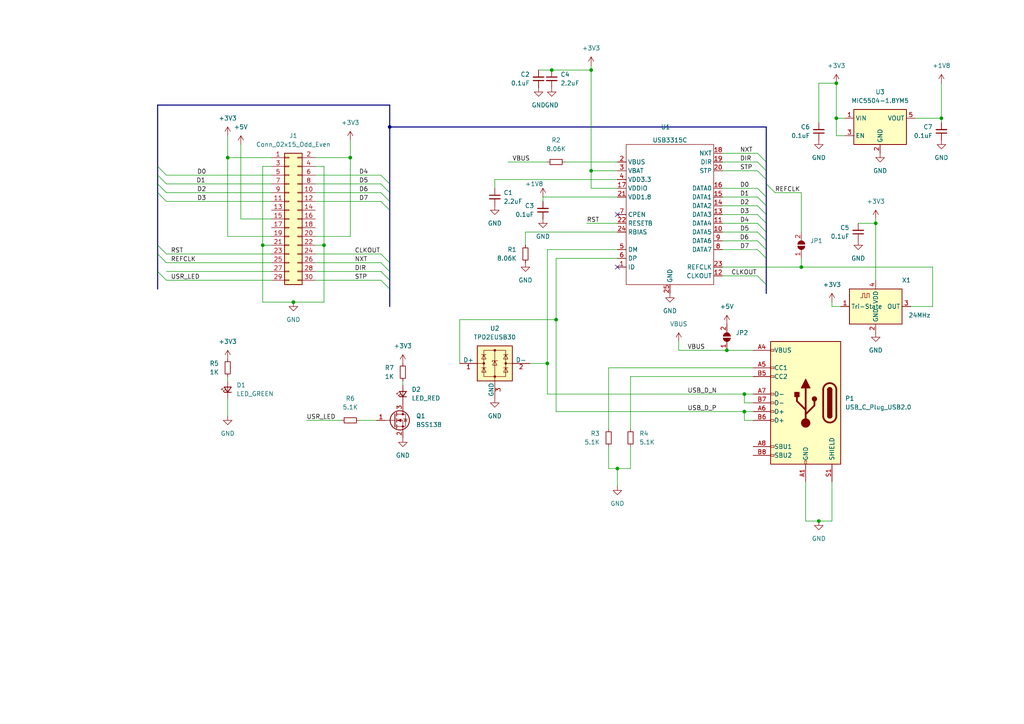
<source format=kicad_sch>
(kicad_sch (version 20211123) (generator eeschema)
  (paper "A4")
  (title_block (title "ULPI USB phy PMOD") (date "2022-02-18") (rev "rev1") (company "RV"))
  (lib_symbols
    (symbol "Connector:USB_C_Receptacle_USB2.0" (pin_names (offset 1.016))
      (property "Reference" "J" (at -10.16 19.05 0))
      (property "Value" "USB_C_Receptacle_USB2.0" (at 19.05 19.05 0))
      (symbol "USB_C_Receptacle_USB2.0_0_0"
        (rectangle (start -0.254 -17.78) (end 0.254 -16.764))
        (rectangle (start 10.16 -14.986) (end 9.144 -15.494))
        (rectangle (start 10.16 -12.446) (end 9.144 -12.954))
        (rectangle (start 10.16 -4.826) (end 9.144 -5.334))
        (rectangle (start 10.16 -2.286) (end 9.144 -2.794))
        (rectangle (start 10.16 0.254) (end 9.144 -0.254))
        (rectangle (start 10.16 2.794) (end 9.144 2.286))
        (rectangle (start 10.16 7.874) (end 9.144 7.366))
        (rectangle (start 10.16 10.414) (end 9.144 9.906))
        (rectangle (start 10.16 15.494) (end 9.144 14.986))
      )
      (symbol "USB_C_Receptacle_USB2.0_0_1"
        (rectangle (start -10.16 17.78) (end 10.16 -17.78) (stroke (width 0.254)) (fill (type background)))
        (arc (start -8.89 -3.81) (mid -6.985 -5.715) (end -5.08 -3.81) (stroke (width 0.508)))
        (arc (start -7.62 -3.81) (mid -6.985 -4.445) (end -6.35 -3.81) (stroke (width 0.254)))
        (arc (start -7.62 -3.81) (mid -6.985 -4.445) (end -6.35 -3.81) (stroke (width 0.254)) (fill (type outline)))
        (rectangle (start -7.62 -3.81) (end -6.35 3.81) (stroke (width 0.254)) (fill (type outline)))
        (arc (start -6.35 3.81) (mid -6.985 4.445) (end -7.62 3.81) (stroke (width 0.254)))
        (arc (start -6.35 3.81) (mid -6.985 4.445) (end -7.62 3.81) (stroke (width 0.254)) (fill (type outline)))
        (arc (start -5.08 3.81) (mid -6.985 5.715) (end -8.89 3.81) (stroke (width 0.508)))
        (circle (center -2.54 1.143) (radius 0.635) (stroke (width 0.254)) (fill (type outline)))
        (circle (center 0 -5.842) (radius 1.27) (fill (type outline)))
        (polyline (pts (xy -8.89 -3.81) (xy -8.89 3.81)) (stroke (width 0.508)))
        (polyline (pts (xy -5.08 3.81) (xy -5.08 -3.81)) (stroke (width 0.508)))
        (polyline (pts (xy 0 -5.842) (xy 0 4.318)) (stroke (width 0.508)))
        (polyline (pts (xy 0 -3.302) (xy -2.54 -0.762) (xy -2.54 0.508)) (stroke (width 0.508)))
        (polyline (pts (xy 0 -2.032) (xy 2.54 0.508) (xy 2.54 1.778)) (stroke (width 0.508)))
        (polyline (pts (xy -1.27 4.318) (xy 0 6.858) (xy 1.27 4.318) (xy -1.27 4.318)) (stroke (width 0.254)) (fill (type outline)))
        (rectangle (start 1.905 1.778) (end 3.175 3.048) (stroke (width 0.254)) (fill (type outline)))
      )
      (symbol "USB_C_Receptacle_USB2.0_1_1"
        (pin passive line (at 0 -22.86 90) (length 5.08) (name "GND") (number "A1"))
        (pin passive line (at 0 -22.86 90) (length 5.08) hide (name "GND") (number "A12"))
        (pin passive line (at 15.24 15.24 180) (length 5.08) (name "VBUS") (number "A4"))
        (pin bidirectional line (at 15.24 10.16 180) (length 5.08) (name "CC1") (number "A5"))
        (pin bidirectional line (at 15.24 -2.54 180) (length 5.08) (name "D+") (number "A6"))
        (pin bidirectional line (at 15.24 2.54 180) (length 5.08) (name "D-") (number "A7"))
        (pin bidirectional line (at 15.24 -12.7 180) (length 5.08) (name "SBU1") (number "A8"))
        (pin passive line (at 15.24 15.24 180) (length 5.08) hide (name "VBUS") (number "A9"))
        (pin passive line (at 0 -22.86 90) (length 5.08) hide (name "GND") (number "B1"))
        (pin passive line (at 0 -22.86 90) (length 5.08) hide (name "GND") (number "B12"))
        (pin passive line (at 15.24 15.24 180) (length 5.08) hide (name "VBUS") (number "B4"))
        (pin bidirectional line (at 15.24 7.62 180) (length 5.08) (name "CC2") (number "B5"))
        (pin bidirectional line (at 15.24 -5.08 180) (length 5.08) (name "D+") (number "B6"))
        (pin bidirectional line (at 15.24 0 180) (length 5.08) (name "D-") (number "B7"))
        (pin bidirectional line (at 15.24 -15.24 180) (length 5.08) (name "SBU2") (number "B8"))
        (pin passive line (at 15.24 15.24 180) (length 5.08) hide (name "VBUS") (number "B9"))
        (pin passive line (at -7.62 -22.86 90) (length 5.08) (name "SHIELD") (number "S1"))
      )
    )
    (symbol "Connector_Generic:Conn_02x15_Odd_Even" (pin_names (offset 1.016) hide)
      (property "Reference" "J" (at 1.27 20.32 0))
      (property "Value" "Conn_02x15_Odd_Even" (at 1.27 -20.32 0))
      (symbol "Conn_02x15_Odd_Even_1_1"
        (rectangle (start -1.27 -17.653) (end 0 -17.907) (stroke (width 0.1524)))
        (rectangle (start -1.27 -15.113) (end 0 -15.367) (stroke (width 0.1524)))
        (rectangle (start -1.27 -12.573) (end 0 -12.827) (stroke (width 0.1524)))
        (rectangle (start -1.27 -10.033) (end 0 -10.287) (stroke (width 0.1524)))
        (rectangle (start -1.27 -7.493) (end 0 -7.747) (stroke (width 0.1524)))
        (rectangle (start -1.27 -4.953) (end 0 -5.207) (stroke (width 0.1524)))
        (rectangle (start -1.27 -2.413) (end 0 -2.667) (stroke (width 0.1524)))
        (rectangle (start -1.27 0.127) (end 0 -0.127) (stroke (width 0.1524)))
        (rectangle (start -1.27 2.667) (end 0 2.413) (stroke (width 0.1524)))
        (rectangle (start -1.27 5.207) (end 0 4.953) (stroke (width 0.1524)))
        (rectangle (start -1.27 7.747) (end 0 7.493) (stroke (width 0.1524)))
        (rectangle (start -1.27 10.287) (end 0 10.033) (stroke (width 0.1524)))
        (rectangle (start -1.27 12.827) (end 0 12.573) (stroke (width 0.1524)))
        (rectangle (start -1.27 15.367) (end 0 15.113) (stroke (width 0.1524)))
        (rectangle (start -1.27 17.907) (end 0 17.653) (stroke (width 0.1524)))
        (rectangle (start -1.27 19.05) (end 3.81 -19.05) (stroke (width 0.254)) (fill (type background)))
        (rectangle (start 3.81 -17.653) (end 2.54 -17.907) (stroke (width 0.1524)))
        (rectangle (start 3.81 -15.113) (end 2.54 -15.367) (stroke (width 0.1524)))
        (rectangle (start 3.81 -12.573) (end 2.54 -12.827) (stroke (width 0.1524)))
        (rectangle (start 3.81 -10.033) (end 2.54 -10.287) (stroke (width 0.1524)))
        (rectangle (start 3.81 -7.493) (end 2.54 -7.747) (stroke (width 0.1524)))
        (rectangle (start 3.81 -4.953) (end 2.54 -5.207) (stroke (width 0.1524)))
        (rectangle (start 3.81 -2.413) (end 2.54 -2.667) (stroke (width 0.1524)))
        (rectangle (start 3.81 0.127) (end 2.54 -0.127) (stroke (width 0.1524)))
        (rectangle (start 3.81 2.667) (end 2.54 2.413) (stroke (width 0.1524)))
        (rectangle (start 3.81 5.207) (end 2.54 4.953) (stroke (width 0.1524)))
        (rectangle (start 3.81 7.747) (end 2.54 7.493) (stroke (width 0.1524)))
        (rectangle (start 3.81 10.287) (end 2.54 10.033) (stroke (width 0.1524)))
        (rectangle (start 3.81 12.827) (end 2.54 12.573) (stroke (width 0.1524)))
        (rectangle (start 3.81 15.367) (end 2.54 15.113) (stroke (width 0.1524)))
        (rectangle (start 3.81 17.907) (end 2.54 17.653) (stroke (width 0.1524)))
        (pin passive line (at -5.08 17.78 0) (length 3.81) (name "Pin_1") (number "1"))
        (pin passive line (at 7.62 7.62 180) (length 3.81) (name "Pin_10") (number "10"))
        (pin passive line (at -5.08 5.08 0) (length 3.81) (name "Pin_11") (number "11"))
        (pin passive line (at 7.62 5.08 180) (length 3.81) (name "Pin_12") (number "12"))
        (pin passive line (at -5.08 2.54 0) (length 3.81) (name "Pin_13") (number "13"))
        (pin passive line (at 7.62 2.54 180) (length 3.81) (name "Pin_14") (number "14"))
        (pin passive line (at -5.08 0 0) (length 3.81) (name "Pin_15") (number "15"))
        (pin passive line (at 7.62 0 180) (length 3.81) (name "Pin_16") (number "16"))
        (pin passive line (at -5.08 -2.54 0) (length 3.81) (name "Pin_17") (number "17"))
        (pin passive line (at 7.62 -2.54 180) (length 3.81) (name "Pin_18") (number "18"))
        (pin passive line (at -5.08 -5.08 0) (length 3.81) (name "Pin_19") (number "19"))
        (pin passive line (at 7.62 17.78 180) (length 3.81) (name "Pin_2") (number "2"))
        (pin passive line (at 7.62 -5.08 180) (length 3.81) (name "Pin_20") (number "20"))
        (pin passive line (at -5.08 -7.62 0) (length 3.81) (name "Pin_21") (number "21"))
        (pin passive line (at 7.62 -7.62 180) (length 3.81) (name "Pin_22") (number "22"))
        (pin passive line (at -5.08 -10.16 0) (length 3.81) (name "Pin_23") (number "23"))
        (pin passive line (at 7.62 -10.16 180) (length 3.81) (name "Pin_24") (number "24"))
        (pin passive line (at -5.08 -12.7 0) (length 3.81) (name "Pin_25") (number "25"))
        (pin passive line (at 7.62 -12.7 180) (length 3.81) (name "Pin_26") (number "26"))
        (pin passive line (at -5.08 -15.24 0) (length 3.81) (name "Pin_27") (number "27"))
        (pin passive line (at 7.62 -15.24 180) (length 3.81) (name "Pin_28") (number "28"))
        (pin passive line (at -5.08 -17.78 0) (length 3.81) (name "Pin_29") (number "29"))
        (pin passive line (at -5.08 15.24 0) (length 3.81) (name "Pin_3") (number "3"))
        (pin passive line (at 7.62 -17.78 180) (length 3.81) (name "Pin_30") (number "30"))
        (pin passive line (at 7.62 15.24 180) (length 3.81) (name "Pin_4") (number "4"))
        (pin passive line (at -5.08 12.7 0) (length 3.81) (name "Pin_5") (number "5"))
        (pin passive line (at 7.62 12.7 180) (length 3.81) (name "Pin_6") (number "6"))
        (pin passive line (at -5.08 10.16 0) (length 3.81) (name "Pin_7") (number "7"))
        (pin passive line (at 7.62 10.16 180) (length 3.81) (name "Pin_8") (number "8"))
        (pin passive line (at -5.08 7.62 0) (length 3.81) (name "Pin_9") (number "9"))
      )
    )
    (symbol "Device:C_Small" (pin_numbers hide) (pin_names (offset 0.254) hide)
      (property "Reference" "C" (at 0.254 1.778 0))
      (property "Value" "C_Small" (at 0.254 -2.032 0))
      (symbol "C_Small_0_1"
        (polyline (pts (xy -1.524 -0.508) (xy 1.524 -0.508)) (stroke (width 0.3302)))
        (polyline (pts (xy -1.524 0.508) (xy 1.524 0.508)) (stroke (width 0.3048)))
      )
      (symbol "C_Small_1_1"
        (pin passive line (at 0 2.54 270) (length 2.032) (name "~") (number "1"))
        (pin passive line (at 0 -2.54 90) (length 2.032) (name "~") (number "2"))
      )
    )
    (symbol "Device:LED_Small" (pin_numbers hide) (pin_names (offset 0.254) hide)
      (property "Reference" "D" (at -1.27 3.175 0))
      (property "Value" "LED_Small" (at -4.445 -2.54 0))
      (symbol "LED_Small_0_1"
        (polyline (pts (xy -0.762 -1.016) (xy -0.762 1.016)) (stroke (width 0.254)))
        (polyline (pts (xy 1.016 0) (xy -0.762 0)))
        (polyline (pts (xy 0.762 -1.016) (xy -0.762 0) (xy 0.762 1.016) (xy 0.762 -1.016)) (stroke (width 0.254)))
        (polyline (pts (xy 0 0.762) (xy -0.508 1.27) (xy -0.254 1.27) (xy -0.508 1.27) (xy -0.508 1.016)))
        (polyline (pts (xy 0.508 1.27) (xy 0 1.778) (xy 0.254 1.778) (xy 0 1.778) (xy 0 1.524)))
      )
      (symbol "LED_Small_1_1"
        (pin passive line (at -2.54 0 0) (length 1.778) (name "K") (number "1"))
        (pin passive line (at 2.54 0 180) (length 1.778) (name "A") (number "2"))
      )
    )
    (symbol "Device:Q_NMOS_GSD" (pin_names (offset 0) hide)
      (property "Reference" "Q" (at 5.08 1.27 0))
      (property "Value" "Q_NMOS_GSD" (at 5.08 -1.27 0))
      (symbol "Q_NMOS_GSD_0_1"
        (polyline (pts (xy 0.254 0) (xy -2.54 0)))
        (polyline (pts (xy 0.254 1.905) (xy 0.254 -1.905)) (stroke (width 0.254)))
        (polyline (pts (xy 0.762 -1.27) (xy 0.762 -2.286)) (stroke (width 0.254)))
        (polyline (pts (xy 0.762 0.508) (xy 0.762 -0.508)) (stroke (width 0.254)))
        (polyline (pts (xy 0.762 2.286) (xy 0.762 1.27)) (stroke (width 0.254)))
        (polyline (pts (xy 2.54 2.54) (xy 2.54 1.778)))
        (polyline (pts (xy 2.54 -2.54) (xy 2.54 0) (xy 0.762 0)))
        (polyline (pts (xy 0.762 -1.778) (xy 3.302 -1.778) (xy 3.302 1.778) (xy 0.762 1.778)))
        (polyline (pts (xy 1.016 0) (xy 2.032 0.381) (xy 2.032 -0.381) (xy 1.016 0)) (fill (type outline)))
        (polyline (pts (xy 2.794 0.508) (xy 2.921 0.381) (xy 3.683 0.381) (xy 3.81 0.254)))
        (polyline (pts (xy 3.302 0.381) (xy 2.921 -0.254) (xy 3.683 -0.254) (xy 3.302 0.381)))
        (circle (center 1.651 0) (radius 2.794) (stroke (width 0.254)))
        (circle (center 2.54 -1.778) (radius 0.254) (fill (type outline)))
        (circle (center 2.54 1.778) (radius 0.254) (fill (type outline)))
      )
      (symbol "Q_NMOS_GSD_1_1"
        (pin input line (at -5.08 0 0) (length 2.54) (name "G") (number "1"))
        (pin passive line (at 2.54 -5.08 90) (length 2.54) (name "S") (number "2"))
        (pin passive line (at 2.54 5.08 270) (length 2.54) (name "D") (number "3"))
      )
    )
    (symbol "Device:R_Small" (pin_numbers hide) (pin_names (offset 0.254) hide)
      (property "Reference" "R" (at 0.762 0.508 0))
      (property "Value" "R_Small" (at 0.762 -1.016 0))
      (symbol "R_Small_0_1"
        (rectangle (start -0.762 1.778) (end 0.762 -1.778) (stroke (width 0.2032)))
      )
      (symbol "R_Small_1_1"
        (pin passive line (at 0 2.54 270) (length 0.762) (name "~") (number "1"))
        (pin passive line (at 0 -2.54 90) (length 0.762) (name "~") (number "2"))
      )
    )
    (symbol "Jumper:SolderJumper_2_Open" (pin_names (offset 0) hide)
      (property "Reference" "JP" (at 0 2.032 0))
      (property "Value" "SolderJumper_2_Open" (at 0 -2.54 0))
      (symbol "SolderJumper_2_Open_0_1"
        (arc (start -0.254 1.016) (mid -1.27 0) (end -0.254 -1.016))
        (arc (start -0.254 1.016) (mid -1.27 0) (end -0.254 -1.016) (fill (type outline)))
        (polyline (pts (xy -0.254 1.016) (xy -0.254 -1.016)))
        (polyline (pts (xy 0.254 1.016) (xy 0.254 -1.016)))
        (arc (start 0.254 -1.016) (mid 1.27 0) (end 0.254 1.016))
        (arc (start 0.254 -1.016) (mid 1.27 0) (end 0.254 1.016) (fill (type outline)))
      )
      (symbol "SolderJumper_2_Open_1_1"
        (pin passive line (at -3.81 0 0) (length 2.54) (name "A") (number "1"))
        (pin passive line (at 3.81 0 180) (length 2.54) (name "B") (number "2"))
      )
    )
    (symbol "Oscillator:ECS-2520MV-xxx-xx"
      (property "Reference" "X" (at -5.08 6.35 0))
      (property "Value" "ECS-2520MV-xxx-xx" (at 1.27 -6.35 0))
      (symbol "ECS-2520MV-xxx-xx_0_1"
        (rectangle (start -7.62 5.08) (end 7.62 -5.08) (stroke (width 0.254)) (fill (type background)))
        (polyline (pts (xy -4.445 2.54) (xy -3.81 2.54) (xy -3.81 3.81) (xy -3.175 3.81) (xy -3.175 2.54) (xy -2.54 2.54) (xy -2.54 3.81) (xy -1.905 3.81) (xy -1.905 2.54)))
      )
      (symbol "ECS-2520MV-xxx-xx_1_1"
        (pin input line (at -10.16 0 0) (length 2.54) (name "Tri-State") (number "1"))
        (pin power_in line (at 0 -7.62 90) (length 2.54) (name "GND") (number "2"))
        (pin output line (at 10.16 0 180) (length 2.54) (name "OUT") (number "3"))
        (pin power_in line (at 0 7.62 270) (length 2.54) (name "VDD") (number "4"))
      )
    )
    (symbol "Power_Protection:TPD2EUSB30" (pin_names (offset 0))
      (property "Reference" "U" (at 0 6.35 0))
      (property "Value" "TPD2EUSB30" (at 7.62 -7.62 0))
      (symbol "TPD2EUSB30_0_1"
        (rectangle (start -5.08 5.08) (end 5.08 -5.08) (stroke (width 0.254)) (fill (type background)))
        (circle (center -3.175 0) (radius 0.2794) (fill (type outline)))
        (rectangle (start -3.175 3.81) (end 3.175 -3.81))
        (circle (center 0 -3.81) (radius 0.2794) (fill (type outline)))
        (polyline (pts (xy -5.08 0) (xy -3.175 0)))
        (polyline (pts (xy -3.81 -1.27) (xy -2.54 -1.27)))
        (polyline (pts (xy -3.81 2.54) (xy -2.54 2.54)))
        (polyline (pts (xy 0 3.81) (xy 0 -5.08)))
        (polyline (pts (xy 2.54 -1.27) (xy 3.81 -1.27)))
        (polyline (pts (xy 2.54 2.54) (xy 3.81 2.54)))
        (polyline (pts (xy 5.08 0) (xy 3.175 0)))
        (polyline (pts (xy 0.762 0.762) (xy -0.762 0.762) (xy -0.762 0.508)))
        (polyline (pts (xy -2.54 -2.54) (xy -3.81 -2.54) (xy -3.175 -1.27) (xy -2.54 -2.54)))
        (polyline (pts (xy -2.54 1.27) (xy -3.81 1.27) (xy -3.175 2.54) (xy -2.54 1.27)))
        (polyline (pts (xy 0.635 -0.508) (xy -0.635 -0.508) (xy 0 0.762) (xy 0.635 -0.508)))
        (polyline (pts (xy 3.81 -2.54) (xy 2.54 -2.54) (xy 3.175 -1.27) (xy 3.81 -2.54)))
        (polyline (pts (xy 3.81 1.27) (xy 2.54 1.27) (xy 3.175 2.54) (xy 3.81 1.27)))
        (circle (center 0 3.81) (radius 0.2794) (fill (type outline)))
        (circle (center 3.175 0) (radius 0.2794) (fill (type outline)))
      )
      (symbol "TPD2EUSB30_1_1"
        (pin passive line (at -10.16 0 0) (length 5.08) (name "D+") (number "1"))
        (pin passive line (at 10.16 0 180) (length 5.08) (name "D-") (number "2"))
        (pin passive line (at 0 -10.16 90) (length 5.08) (name "GND") (number "3"))
      )
    )
    (symbol "Regulator_Linear:MIC5504-1.8YM5"
      (property "Reference" "U" (at -7.62 8.89 0))
      (property "Value" "MIC5504-1.8YM5" (at -7.62 6.35 0))
      (symbol "MIC5504-1.8YM5_0_1"
        (rectangle (start -7.62 -5.08) (end 7.62 5.08) (stroke (width 0.254)) (fill (type background)))
      )
      (symbol "MIC5504-1.8YM5_1_1"
        (pin power_in line (at -10.16 2.54 0) (length 2.54) (name "VIN") (number "1"))
        (pin power_in line (at 0 -7.62 90) (length 2.54) (name "GND") (number "2"))
        (pin input line (at -10.16 -2.54 0) (length 2.54) (name "EN") (number "3"))
        (pin no_connect line (at 7.62 -2.54 180) (length 2.54) hide (name "NC") (number "4"))
        (pin power_out line (at 10.16 2.54 180) (length 2.54) (name "VOUT") (number "5"))
      )
    )
    (symbol "power:+1V8" (power) (pin_names (offset 0))
      (property "Value" "+1V8" (at 0 3.556 0))
      (symbol "+1V8_0_1"
        (polyline (pts (xy -0.762 1.27) (xy 0 2.54)))
        (polyline (pts (xy 0 0) (xy 0 2.54)))
        (polyline (pts (xy 0 2.54) (xy 0.762 1.27)))
      )
      (symbol "+1V8_1_1"
        (pin power_in line (at 0 0 90) (length 0) hide (name "+1V8") (number "1"))
      )
    )
    (symbol "power:+3V3" (power) (pin_names (offset 0))
      (property "Value" "+3V3" (at 0 3.556 0))
      (symbol "+3V3_0_1"
        (polyline (pts (xy -0.762 1.27) (xy 0 2.54)))
        (polyline (pts (xy 0 0) (xy 0 2.54)))
        (polyline (pts (xy 0 2.54) (xy 0.762 1.27)))
      )
      (symbol "+3V3_1_1"
        (pin power_in line (at 0 0 90) (length 0) hide (name "+3V3") (number "1"))
      )
    )
    (symbol "power:+5V" (power) (pin_names (offset 0))
      (property "Value" "+5V" (at 0 3.556 0))
      (symbol "+5V_0_1"
        (polyline (pts (xy -0.762 1.27) (xy 0 2.54)))
        (polyline (pts (xy 0 0) (xy 0 2.54)))
        (polyline (pts (xy 0 2.54) (xy 0.762 1.27)))
      )
      (symbol "+5V_1_1"
        (pin power_in line (at 0 0 90) (length 0) hide (name "+5V") (number "1"))
      )
    )
    (symbol "power:GND" (power) (pin_names (offset 0))
      (property "Value" "GND" (at 0 -3.81 0))
      (symbol "GND_0_1"
        (polyline (pts (xy 0 0) (xy 0 -1.27) (xy 1.27 -1.27) (xy 0 -2.54) (xy -1.27 -1.27) (xy 0 -1.27)))
      )
      (symbol "GND_1_1"
        (pin power_in line (at 0 0 270) (length 0) hide (name "GND") (number "1"))
      )
    )
    (symbol "power:VBUS" (power) (pin_names (offset 0))
      (property "Value" "VBUS" (at 0 3.81 0))
      (symbol "VBUS_0_1"
        (polyline (pts (xy -0.762 1.27) (xy 0 2.54)))
        (polyline (pts (xy 0 0) (xy 0 2.54)))
        (polyline (pts (xy 0 2.54) (xy 0.762 1.27)))
      )
      (symbol "VBUS_1_1"
        (pin power_in line (at 0 0 90) (length 0) hide (name "VBUS") (number "1"))
      )
    )
    (symbol "usb3317c:USB3317C"
      (property "Reference" "U" (at 0 27.94 0))
      (property "Value" "USB3317C" (at -1.27 24.13 0))
      (symbol "USB3317C_0_1"
        (rectangle (start -12.7 22.86) (end 12.7 -17.78))
      )
      (symbol "USB3317C_1_1"
        (pin input line (at -15.24 -12.7 0) (length 2.54) (name "ID") (number "1"))
        (pin input line (at 15.24 -2.54 180) (length 2.54) (name "DATA5") (number "10"))
        (pin input line (at 15.24 0 180) (length 2.54) (name "DATA4") (number "11"))
        (pin output line (at 15.24 -15.24 180) (length 2.54) (name "CLKOUT") (number "12"))
        (pin input line (at 15.24 2.54 180) (length 2.54) (name "DATA3") (number "13"))
        (pin input line (at 15.24 5.08 180) (length 2.54) (name "DATA2") (number "14"))
        (pin input line (at 15.24 7.62 180) (length 2.54) (name "DATA1") (number "15"))
        (pin input line (at 15.24 10.16 180) (length 2.54) (name "DATA0") (number "16"))
        (pin input line (at -15.24 10.16 0) (length 2.54) (name "VDDIO") (number "17"))
        (pin input line (at 15.24 20.32 180) (length 2.54) (name "NXT") (number "18"))
        (pin input line (at 15.24 17.78 180) (length 2.54) (name "DIR") (number "19"))
        (pin input line (at -15.24 17.78 0) (length 2.54) (name "VBUS") (number "2"))
        (pin input line (at 15.24 15.24 180) (length 2.54) (name "STP") (number "20"))
        (pin input line (at -15.24 7.62 0) (length 2.54) (name "VDD1.8") (number "21"))
        (pin input line (at -15.24 0 0) (length 2.54) (name "RESETB") (number "22"))
        (pin input line (at 15.24 -12.7 180) (length 2.54) (name "REFCLK") (number "23"))
        (pin input line (at -15.24 -2.54 0) (length 2.54) (name "RBIAS") (number "24"))
        (pin input line (at 0 -20.32 90) (length 2.54) (name "GND") (number "25"))
        (pin input line (at -15.24 15.24 0) (length 2.54) (name "VBAT") (number "3"))
        (pin input line (at -15.24 12.7 0) (length 2.54) (name "VDD3.3") (number "4"))
        (pin input line (at -15.24 -7.62 0) (length 2.54) (name "DM") (number "5"))
        (pin input line (at -15.24 -10.16 0) (length 2.54) (name "DP") (number "6"))
        (pin input line (at -15.24 2.54 0) (length 2.54) (name "CPEN") (number "7"))
        (pin input line (at 15.24 -7.62 180) (length 2.54) (name "DATA7") (number "8"))
        (pin input line (at 15.24 -5.08 180) (length 2.54) (name "DATA6") (number "9"))
      )
    )
  )
  (junction (at 171.45 49.53))
  (junction (at 237.49 151.13))
  (junction (at 85.09 87.63))
  (junction (at 254 64.77))
  (junction (at 113.03 36.83))
  (junction (at 76.2 71.12))
  (junction (at 210.82 101.6))
  (junction (at 101.6 45.72))
  (junction (at 160.02 20.32))
  (junction (at 273.05 34.29))
  (junction (at 215.9 114.3))
  (junction (at 215.9 119.38))
  (junction (at 158.75 105.41))
  (junction (at 171.45 20.32))
  (junction (at 179.07 135.89))
  (junction (at 242.57 24.13))
  (junction (at 232.41 77.47))
  (junction (at 93.98 71.12))
  (junction (at 66.04 45.72))
  (junction (at 242.57 34.29))
  (junction (at 161.29 92.71))
  (no_connect (at 179.07 77.47))
  (no_connect (at 179.07 62.23))
  (bus_entry (at 110.49 73.66) (size 2.54 2.54))
  (bus_entry (at 224.79 55.88) (size -2.54 -2.54))
  (bus_entry (at 48.26 73.66) (size -2.54 -2.54))
  (bus_entry (at 48.26 76.2) (size -2.54 -2.54))
  (bus_entry (at 45.72 78.74) (size 2.54 2.54))
  (bus_entry (at 48.26 53.34) (size -2.54 -2.54))
  (bus_entry (at 48.26 55.88) (size -2.54 -2.54))
  (bus_entry (at 48.26 58.42) (size -2.54 -2.54))
  (bus_entry (at 48.26 50.8) (size -2.54 -2.54))
  (bus_entry (at 110.49 81.28) (size 2.54 2.54))
  (bus_entry (at 110.49 76.2) (size 2.54 2.54))
  (bus_entry (at 110.49 78.74) (size 2.54 2.54))
  (bus_entry (at 219.71 64.77) (size 2.54 2.54))
  (bus_entry (at 219.71 67.31) (size 2.54 2.54))
  (bus_entry (at 219.71 69.85) (size 2.54 2.54))
  (bus_entry (at 219.71 80.01) (size 2.54 2.54))
  (bus_entry (at 219.71 72.39) (size 2.54 2.54))
  (bus_entry (at 219.71 54.61) (size 2.54 2.54))
  (bus_entry (at 219.71 57.15) (size 2.54 2.54))
  (bus_entry (at 219.71 62.23) (size 2.54 2.54))
  (bus_entry (at 219.71 59.69) (size 2.54 2.54))
  (bus_entry (at 110.49 50.8) (size 2.54 2.54))
  (bus_entry (at 110.49 53.34) (size 2.54 2.54))
  (bus_entry (at 110.49 55.88) (size 2.54 2.54))
  (bus_entry (at 110.49 58.42) (size 2.54 2.54))
  (bus_entry (at 219.71 49.53) (size 2.54 2.54))
  (bus_entry (at 219.71 46.99) (size 2.54 2.54))
  (bus_entry (at 219.71 44.45) (size 2.54 2.54))
  (wire (pts (xy 182.88 109.22) (xy 182.88 124.46)))
  (bus (pts (xy 113.03 76.2) (xy 113.03 78.74)))
  (wire (pts (xy 48.26 53.34) (xy 78.74 53.34)))
  (bus (pts (xy 113.03 55.88) (xy 113.03 58.42)))
  (wire (pts (xy 85.09 87.63) (xy 93.98 87.63)))
  (bus (pts (xy 222.25 62.23) (xy 222.25 59.69)))
  (wire (pts (xy 209.55 69.85) (xy 219.71 69.85)))
  (bus (pts (xy 222.25 52.07) (xy 222.25 49.53)))
  (wire (pts (xy 196.85 99.06) (xy 196.85 101.6)))
  (bus (pts (xy 222.25 74.93) (xy 222.25 72.39)))
  (bus (pts (xy 45.72 71.12) (xy 45.72 55.88)))
  (wire (pts (xy 161.29 92.71) (xy 133.35 92.71)))
  (wire (pts (xy 156.21 20.32) (xy 160.02 20.32)))
  (wire (pts (xy 66.04 115.57) (xy 66.04 120.65)))
  (bus (pts (xy 45.72 55.88) (xy 45.72 53.34)))
  (wire (pts (xy 209.55 64.77) (xy 219.71 64.77)))
  (wire (pts (xy 270.51 77.47) (xy 270.51 88.9)))
  (wire (pts (xy 76.2 48.26) (xy 76.2 71.12)))
  (wire (pts (xy 158.75 72.39) (xy 158.75 105.41)))
  (bus (pts (xy 45.72 50.8) (xy 45.72 48.26)))
  (wire (pts (xy 133.35 92.71) (xy 133.35 105.41)))
  (wire (pts (xy 209.55 44.45) (xy 219.71 44.45)))
  (wire (pts (xy 196.85 101.6) (xy 210.82 101.6)))
  (wire (pts (xy 91.44 55.88) (xy 110.49 55.88)))
  (bus (pts (xy 113.03 78.74) (xy 113.03 81.28)))
  (wire (pts (xy 209.55 77.47) (xy 232.41 77.47)))
  (bus (pts (xy 222.25 72.39) (xy 222.25 69.85)))
  (wire (pts (xy 209.55 49.53) (xy 219.71 49.53)))
  (wire (pts (xy 93.98 48.26) (xy 91.44 48.26)))
  (bus (pts (xy 45.72 73.66) (xy 45.72 78.74)))
  (wire (pts (xy 215.9 119.38) (xy 161.29 119.38)))
  (wire (pts (xy 91.44 50.8) (xy 110.49 50.8)))
  (wire (pts (xy 232.41 77.47) (xy 270.51 77.47)))
  (bus (pts (xy 222.25 82.55) (xy 222.25 85.09)))
  (wire (pts (xy 171.45 20.32) (xy 171.45 49.53)))
  (wire (pts (xy 78.74 48.26) (xy 76.2 48.26)))
  (wire (pts (xy 218.44 109.22) (xy 182.88 109.22)))
  (wire (pts (xy 265.43 34.29) (xy 273.05 34.29)))
  (wire (pts (xy 48.26 81.28) (xy 78.74 81.28)))
  (bus (pts (xy 113.03 53.34) (xy 113.03 55.88)))
  (wire (pts (xy 157.48 57.15) (xy 157.48 58.42)))
  (wire (pts (xy 158.75 114.3) (xy 215.9 114.3)))
  (wire (pts (xy 254 63.5) (xy 254 64.77)))
  (wire (pts (xy 210.82 101.6) (xy 218.44 101.6)))
  (wire (pts (xy 209.55 59.69) (xy 219.71 59.69)))
  (wire (pts (xy 152.4 67.31) (xy 152.4 71.12)))
  (wire (pts (xy 241.3 151.13) (xy 237.49 151.13)))
  (wire (pts (xy 179.07 67.31) (xy 152.4 67.31)))
  (wire (pts (xy 232.41 67.31) (xy 232.41 55.88)))
  (wire (pts (xy 48.26 58.42) (xy 78.74 58.42)))
  (wire (pts (xy 241.3 88.9) (xy 241.3 87.63)))
  (wire (pts (xy 182.88 129.54) (xy 182.88 135.89)))
  (wire (pts (xy 48.26 73.66) (xy 78.74 73.66)))
  (bus (pts (xy 222.25 59.69) (xy 222.25 57.15)))
  (wire (pts (xy 48.26 76.2) (xy 78.74 76.2)))
  (wire (pts (xy 78.74 68.58) (xy 66.04 68.58)))
  (bus (pts (xy 222.25 74.93) (xy 222.25 82.55)))
  (wire (pts (xy 273.05 34.29) (xy 273.05 35.56)))
  (wire (pts (xy 179.07 135.89) (xy 179.07 140.97)))
  (wire (pts (xy 116.84 110.49) (xy 116.84 111.76)))
  (wire (pts (xy 101.6 40.64) (xy 101.6 45.72)))
  (wire (pts (xy 170.18 64.77) (xy 179.07 64.77)))
  (wire (pts (xy 161.29 74.93) (xy 161.29 92.71)))
  (wire (pts (xy 242.57 24.13) (xy 237.49 24.13)))
  (wire (pts (xy 91.44 58.42) (xy 110.49 58.42)))
  (wire (pts (xy 209.55 80.01) (xy 219.71 80.01)))
  (wire (pts (xy 218.44 116.84) (xy 215.9 116.84)))
  (wire (pts (xy 218.44 106.68) (xy 176.53 106.68)))
  (wire (pts (xy 48.26 78.74) (xy 78.74 78.74)))
  (wire (pts (xy 91.44 53.34) (xy 110.49 53.34)))
  (wire (pts (xy 209.55 57.15) (xy 219.71 57.15)))
  (wire (pts (xy 179.07 57.15) (xy 157.48 57.15)))
  (wire (pts (xy 163.83 46.99) (xy 179.07 46.99)))
  (bus (pts (xy 45.72 30.48) (xy 113.03 30.48)))
  (wire (pts (xy 48.26 50.8) (xy 78.74 50.8)))
  (wire (pts (xy 161.29 74.93) (xy 179.07 74.93)))
  (wire (pts (xy 270.51 88.9) (xy 264.16 88.9)))
  (wire (pts (xy 209.55 46.99) (xy 219.71 46.99)))
  (bus (pts (xy 45.72 53.34) (xy 45.72 50.8)))
  (bus (pts (xy 222.25 57.15) (xy 222.25 53.34)))
  (wire (pts (xy 179.07 49.53) (xy 171.45 49.53)))
  (wire (pts (xy 171.45 19.05) (xy 171.45 20.32)))
  (wire (pts (xy 182.88 135.89) (xy 179.07 135.89)))
  (bus (pts (xy 222.25 49.53) (xy 222.25 46.99)))
  (bus (pts (xy 113.03 81.28) (xy 113.03 83.82)))
  (wire (pts (xy 242.57 24.13) (xy 242.57 34.29)))
  (wire (pts (xy 179.07 72.39) (xy 158.75 72.39)))
  (wire (pts (xy 171.45 54.61) (xy 179.07 54.61)))
  (bus (pts (xy 222.25 36.83) (xy 113.03 36.83)))
  (wire (pts (xy 91.44 73.66) (xy 110.49 73.66)))
  (wire (pts (xy 101.6 68.58) (xy 101.6 45.72)))
  (wire (pts (xy 93.98 87.63) (xy 93.98 71.12)))
  (bus (pts (xy 45.72 73.66) (xy 45.72 71.12)))
  (wire (pts (xy 91.44 45.72) (xy 101.6 45.72)))
  (wire (pts (xy 160.02 20.32) (xy 171.45 20.32)))
  (bus (pts (xy 222.25 46.99) (xy 222.25 36.83)))
  (wire (pts (xy 209.55 54.61) (xy 219.71 54.61)))
  (wire (pts (xy 176.53 135.89) (xy 176.53 129.54)))
  (wire (pts (xy 161.29 92.71) (xy 161.29 119.38)))
  (wire (pts (xy 66.04 109.22) (xy 66.04 110.49)))
  (wire (pts (xy 254 64.77) (xy 254 81.28)))
  (wire (pts (xy 237.49 151.13) (xy 233.68 151.13)))
  (wire (pts (xy 233.68 151.13) (xy 233.68 139.7)))
  (wire (pts (xy 209.55 67.31) (xy 219.71 67.31)))
  (wire (pts (xy 93.98 71.12) (xy 93.98 48.26)))
  (wire (pts (xy 76.2 87.63) (xy 85.09 87.63)))
  (bus (pts (xy 222.25 67.31) (xy 222.25 64.77)))
  (wire (pts (xy 143.51 52.07) (xy 179.07 52.07)))
  (wire (pts (xy 143.51 52.07) (xy 143.51 54.61)))
  (wire (pts (xy 91.44 78.74) (xy 110.49 78.74)))
  (wire (pts (xy 242.57 34.29) (xy 245.11 34.29)))
  (bus (pts (xy 222.25 69.85) (xy 222.25 67.31)))
  (bus (pts (xy 113.03 60.96) (xy 113.03 76.2)))
  (wire (pts (xy 91.44 71.12) (xy 93.98 71.12)))
  (bus (pts (xy 113.03 36.83) (xy 113.03 30.48)))
  (wire (pts (xy 158.75 105.41) (xy 158.75 114.3)))
  (wire (pts (xy 241.3 139.7) (xy 241.3 151.13)))
  (wire (pts (xy 242.57 39.37) (xy 245.11 39.37)))
  (wire (pts (xy 179.07 135.89) (xy 176.53 135.89)))
  (wire (pts (xy 242.57 34.29) (xy 242.57 39.37)))
  (wire (pts (xy 78.74 45.72) (xy 66.04 45.72)))
  (wire (pts (xy 48.26 55.88) (xy 78.74 55.88)))
  (wire (pts (xy 176.53 106.68) (xy 176.53 124.46)))
  (wire (pts (xy 153.67 105.41) (xy 158.75 105.41)))
  (wire (pts (xy 76.2 71.12) (xy 76.2 87.63)))
  (wire (pts (xy 91.44 81.28) (xy 110.49 81.28)))
  (bus (pts (xy 222.25 53.34) (xy 222.25 52.07)))
  (wire (pts (xy 215.9 121.92) (xy 215.9 119.38)))
  (wire (pts (xy 215.9 114.3) (xy 218.44 114.3)))
  (wire (pts (xy 66.04 68.58) (xy 66.04 45.72)))
  (wire (pts (xy 91.44 76.2) (xy 110.49 76.2)))
  (wire (pts (xy 66.04 39.37) (xy 66.04 45.72)))
  (wire (pts (xy 232.41 74.93) (xy 232.41 77.47)))
  (wire (pts (xy 171.45 49.53) (xy 171.45 54.61)))
  (wire (pts (xy 104.14 121.92) (xy 109.22 121.92)))
  (wire (pts (xy 273.05 24.13) (xy 273.05 34.29)))
  (wire (pts (xy 218.44 119.38) (xy 215.9 119.38)))
  (wire (pts (xy 224.79 55.88) (xy 232.41 55.88)))
  (wire (pts (xy 241.3 88.9) (xy 243.84 88.9)))
  (wire (pts (xy 147.32 46.99) (xy 158.75 46.99)))
  (bus (pts (xy 222.25 64.77) (xy 222.25 62.23)))
  (wire (pts (xy 209.55 62.23) (xy 219.71 62.23)))
  (bus (pts (xy 113.03 83.82) (xy 113.03 88.9)))
  (bus (pts (xy 113.03 58.42) (xy 113.03 60.96)))
  (bus (pts (xy 45.72 48.26) (xy 45.72 30.48)))
  (wire (pts (xy 248.92 64.77) (xy 254 64.77)))
  (wire (pts (xy 69.85 41.91) (xy 69.85 63.5)))
  (wire (pts (xy 78.74 63.5) (xy 69.85 63.5)))
  (bus (pts (xy 45.72 83.82) (xy 45.72 78.74)))
  (wire (pts (xy 88.9 121.92) (xy 99.06 121.92)))
  (wire (pts (xy 76.2 71.12) (xy 78.74 71.12)))
  (wire (pts (xy 215.9 116.84) (xy 215.9 114.3)))
  (wire (pts (xy 237.49 24.13) (xy 237.49 35.56)))
  (wire (pts (xy 218.44 121.92) (xy 215.9 121.92)))
  (wire (pts (xy 209.55 72.39) (xy 219.71 72.39)))
  (wire (pts (xy 91.44 68.58) (xy 101.6 68.58)))
  (bus (pts (xy 113.03 36.83) (xy 113.03 53.34)))
  (label "D1" (at 214.63 57.15 0))
  (label "RST" (at 170.18 64.77 0))
  (label "D6" (at 214.5727 69.85 0))
  (label "D2" (at 214.63 59.69 0))
  (label "D7" (at 214.63 72.39 0))
  (label "D1" (at 56.9331 53.34 0))
  (label "D2" (at 57.15 55.88 0))
  (label "NXT" (at 102.87 76.2 0))
  (label "USR_LED" (at 49.53 81.28 0))
  (label "REFCLK" (at 224.79 55.88 0))
  (label "VBUS" (at 199.39 101.6 0))
  (label "D7" (at 104.14 58.42 0))
  (label "DIR" (at 214.63 46.99 0))
  (label "D3" (at 214.63 62.23 0))
  (label "D0" (at 214.63 54.61 0))
  (label "D5" (at 104.14 53.34 0))
  (label "D6" (at 104.14 55.88 0))
  (label "USR_LED" (at 88.9 121.92 0))
  (label "D5" (at 214.63 67.31 0))
  (label "USB_D_P" (at 199.39 119.38 0))
  (label "D4" (at 104.14 50.8 0))
  (label "RST" (at 49.53 73.66 0))
  (label "D3" (at 57.15 58.42 0))
  (label "NXT" (at 214.63 44.45 0))
  (label "STP" (at 214.63 49.53 0))
  (label "D0" (at 57.15 50.8 0))
  (label "VBUS" (at 148.59 46.99 0))
  (label "STP" (at 102.87 81.28 0))
  (label "REFCLK" (at 49.53 76.2 0))
  (label "D4" (at 214.63 64.77 0))
  (label "CLKOUT" (at 102.87 73.66 0))
  (label "DIR" (at 102.87 78.74 0))
  (label "CLKOUT" (at 212.09 80.01 0))
  (label "USB_D_N" (at 199.39 114.3 0))
  (symbol (lib_id "power:VBUS") (at 196.85 99.06 0) (unit 1)
    (property "Reference" "#PWR0125" (effects hide))
    (property "Value" "VBUS" (at 196.85 93.98 0))
  )
  (symbol (lib_id "power:GND") (at 152.4 76.2 0) (unit 1)
    (property "Reference" "#PWR0102" (effects hide))
    (property "Value" "GND" (at 152.4 81.28 0))
  )
  (symbol (lib_id "power:GND") (at 156.21 25.4 0) (unit 1)
    (property "Reference" "#PWR0111" (effects hide))
    (property "Value" "GND" (at 156.21 30.48 0))
  )
  (symbol (lib_id "power:+3V3") (at 101.6 40.64 0) (unit 1)
    (property "Reference" "#PWR0115" (effects hide))
    (property "Value" "+3V3" (at 101.6 35.56 0))
  )
  (symbol (lib_id "power:+3V3") (at 66.04 39.37 0) (unit 1)
    (property "Reference" "#PWR0114" (effects hide))
    (property "Value" "+3V3" (at 66.04 34.29 0))
  )
  (symbol (lib_id "Oscillator:ECS-2520MV-xxx-xx") (at 254 88.9 0) (unit 1)
    (property "Reference" "X1" (at 262.89 81.28 0))
    (property "Value" "24MHz" (at 266.7 91.44 0))
    (property "Footprint" "Oscillator:Oscillator_SMD_ECS_2520MV-xxx-xx-4Pin_2.5x2.0mm" (effects hide))
    (property "Datasheet" "https://www.ecsxtal.com/store/pdf/ECS-2520MV.pdf" (effects hide))
    (property "MPN" "ECS-2520MVLC-240-BN-TR" (effects hide))
    (property "AltMPN" "OT252024MJBA4SL" (effects hide))
  )
  (symbol (lib_id "Device:C_Small") (at 156.21 22.86 0) (mirror x) (unit 1)
    (property "Reference" "C2" (at 153.67 21.5835 0) (effects (justify right)))
    (property "Value" "0.1uF" (at 153.67 24.1235 0) (effects (justify right)))
    (property "Footprint" "Capacitor_SMD:C_0402_1005Metric" (effects hide))
  )
  (symbol (lib_id "Connector_Generic:Conn_02x15_Odd_Even") (at 83.82 63.5 0) (unit 1)
    (property "Reference" "J1" (at 85.09 39.37 0))
    (property "Value" "Conn_02x15_Odd_Even" (at 85.09 41.91 0))
    (property "Footprint" "Connector_PinHeader_2.54mm:PinHeader_2x15_P2.54mm_Horizontal" (effects hide))
  )
  (symbol (lib_id "Device:R_Small") (at 66.04 106.68 0) (mirror x) (unit 1)
    (property "Reference" "R5" (at 63.5 105.4099 0) (effects (justify right)))
    (property "Value" "1K" (at 63.5 107.9499 0) (effects (justify right)))
    (property "Footprint" "Resistor_SMD:R_0402_1005Metric" (effects hide))
  )
  (symbol (lib_id "power:GND") (at 254 96.52 0) (unit 1)
    (property "Reference" "#PWR0105" (effects hide))
    (property "Value" "GND" (at 254 101.6 0))
  )
  (symbol (lib_id "Device:LED_Small") (at 116.84 114.3 90) (unit 1)
    (property "Reference" "D2" (at 119.38 112.9664 90) (effects (justify right)))
    (property "Value" "LED_RED" (at 119.38 115.5064 90) (effects (justify right)))
    (property "Footprint" "LED_SMD:LED_0603_1608Metric" (effects hide))
  )
  (symbol (lib_id "Jumper:SolderJumper_2_Open") (at 210.82 97.79 90) (unit 1)
    (property "Reference" "JP2" (at 213.36 96.5199 90) (effects (justify right)))
    (property "Value" "SolderJumper_2_Open" (effects hide))
    (property "Footprint" "Jumper:SolderJumper-2_P1.3mm_Open_TrianglePad1.0x1.5mm" (effects hide))
  )
  (symbol (lib_id "usb3317c:USB3317C") (at 194.31 64.77 0) (unit 1)
    (property "Reference" "U1" (at 193.04 36.83 0))
    (property "Value" "USB3315C" (at 194.31 40.64 0))
    (property "Footprint" "Package_DFN_QFN:QFN-24-1EP_4x4mm_P0.5mm_EP2.6x2.6mm_ThermalVias" (effects hide))
    (property "MPN" "USB3315C-CP-TR" (effects hide))
  )
  (symbol (lib_id "power:+3V3") (at 241.3 87.63 0) (unit 1)
    (property "Reference" "#PWR0109" (effects hide))
    (property "Value" "+3V3" (at 241.3 82.55 0))
  )
  (symbol (lib_id "power:GND") (at 66.04 120.65 0) (unit 1)
    (property "Reference" "#PWR0117" (effects hide))
    (property "Value" "GND" (at 66.04 125.73 0))
  )
  (symbol (lib_id "power:+5V") (at 69.85 41.91 0) (unit 1)
    (property "Reference" "#PWR0120" (effects hide))
    (property "Value" "+5V" (at 69.85 36.83 0))
  )
  (symbol (lib_id "power:+3V3") (at 171.45 19.05 0) (unit 1)
    (property "Reference" "#PWR0110" (effects hide))
    (property "Value" "+3V3" (at 171.45 13.97 0))
  )
  (symbol (lib_id "Device:R_Small") (at 101.6 121.92 270) (mirror x) (unit 1)
    (property "Reference" "R6" (at 101.6 115.57 90))
    (property "Value" "5.1K" (at 101.6 118.11 90))
    (property "Footprint" "Resistor_SMD:R_0402_1005Metric" (effects hide))
  )
  (symbol (lib_id "power:GND") (at 179.07 140.97 0) (unit 1)
    (property "Reference" "#PWR0106" (effects hide))
    (property "Value" "GND" (at 179.07 146.05 0))
  )
  (symbol (lib_id "power:GND") (at 273.05 40.64 0) (unit 1)
    (property "Reference" "#PWR0129" (effects hide))
    (property "Value" "GND" (at 273.05 45.72 0))
  )
  (symbol (lib_id "Device:R_Small") (at 116.84 107.95 0) (mirror x) (unit 1)
    (property "Reference" "R7" (at 114.3 106.6799 0) (effects (justify right)))
    (property "Value" "1K" (at 114.3 109.2199 0) (effects (justify right)))
    (property "Footprint" "Resistor_SMD:R_0402_1005Metric" (effects hide))
  )
  (symbol (lib_id "Jumper:SolderJumper_2_Open") (at 232.41 71.12 90) (unit 1)
    (property "Reference" "JP1" (at 234.95 69.8499 90) (effects (justify right)))
    (property "Value" "SolderJumper_2_Open" (effects hide))
    (property "Footprint" "Jumper:SolderJumper-2_P1.3mm_Open_TrianglePad1.0x1.5mm" (effects hide))
  )
  (symbol (lib_id "power:+5V") (at 210.82 93.98 0) (unit 1)
    (property "Reference" "#PWR0119" (effects hide))
    (property "Value" "+5V" (at 210.82 88.9 0))
  )
  (symbol (lib_id "Device:C_Small") (at 237.49 38.1 0) (mirror x) (unit 1)
    (property "Reference" "C6" (at 234.95 36.8235 0) (effects (justify right)))
    (property "Value" "0.1uF" (at 234.95 39.3635 0) (effects (justify right)))
    (property "Footprint" "Capacitor_SMD:C_0402_1005Metric" (effects hide))
  )
  (symbol (lib_id "Device:Q_NMOS_GSD") (at 114.3 121.92 0) (unit 1)
    (property "Reference" "Q1" (at 120.65 120.6499 0) (effects (justify left)))
    (property "Value" "BSS138" (at 120.65 123.1899 0) (effects (justify left)))
    (property "Footprint" "Package_TO_SOT_SMD:SOT-323_SC-70" (effects hide))
    (property "MPN" "BSS138PW,115" (effects hide))
  )
  (symbol (lib_id "power:GND") (at 255.27 44.45 0) (unit 1)
    (property "Reference" "#PWR0124" (effects hide))
    (property "Value" "GND" (at 255.27 49.53 0))
  )
  (symbol (lib_id "power:GND") (at 143.51 59.69 0) (unit 1)
    (property "Reference" "#PWR0103" (effects hide))
    (property "Value" "GND" (at 143.51 64.77 0))
  )
  (symbol (lib_id "power:GND") (at 237.49 151.13 0) (unit 1)
    (property "Reference" "#PWR0104" (effects hide))
    (property "Value" "GND" (at 237.49 156.21 0))
  )
  (symbol (lib_id "Power_Protection:TPD2EUSB30") (at 143.51 105.41 0) (unit 1)
    (property "Reference" "U2" (at 143.51 95.25 0))
    (property "Value" "TPD2EUSB30" (at 143.51 97.79 0))
    (property "Footprint" "Package_TO_SOT_SMD:Texas_DRT-3" (effects hide))
    (property "Datasheet" "http://www.ti.com/lit/ds/symlink/tpd2eusb30a.pdf" (effects hide))
  )
  (symbol (lib_id "Device:C_Small") (at 273.05 38.1 0) (mirror x) (unit 1)
    (property "Reference" "C7" (at 270.51 36.8235 0) (effects (justify right)))
    (property "Value" "0.1uF" (at 270.51 39.3635 0) (effects (justify right)))
    (property "Footprint" "Capacitor_SMD:C_0402_1005Metric" (effects hide))
  )
  (symbol (lib_id "power:GND") (at 143.51 115.57 0) (unit 1)
    (property "Reference" "#PWR0123" (effects hide))
    (property "Value" "GND" (at 143.51 120.65 0))
  )
  (symbol (lib_id "Device:R_Small") (at 176.53 127 0) (mirror x) (unit 1)
    (property "Reference" "R3" (at 173.99 125.7299 0) (effects (justify right)))
    (property "Value" "5.1K" (at 173.99 128.2699 0) (effects (justify right)))
    (property "Footprint" "Resistor_SMD:R_0402_1005Metric" (effects hide))
  )
  (symbol (lib_id "power:+3V3") (at 254 63.5 0) (unit 1)
    (property "Reference" "#PWR0107" (effects hide))
    (property "Value" "+3V3" (at 254 58.42 0))
  )
  (symbol (lib_id "power:+3V3") (at 66.04 104.14 0) (unit 1)
    (property "Reference" "#PWR0118" (effects hide))
    (property "Value" "+3V3" (at 66.04 99.06 0))
  )
  (symbol (lib_id "power:+1V8") (at 157.48 57.15 0) (unit 1)
    (property "Reference" "#PWR0130" (effects hide))
    (property "Value" "+1V8" (at 154.94 53.34 0))
  )
  (symbol (lib_id "Device:LED_Small") (at 66.04 113.03 90) (unit 1)
    (property "Reference" "D1" (at 68.58 111.6964 90) (effects (justify right)))
    (property "Value" "LED_GREEN" (at 68.58 114.2364 90) (effects (justify right)))
    (property "Footprint" "LED_SMD:LED_0603_1608Metric" (effects hide))
  )
  (symbol (lib_id "power:GND") (at 237.49 40.64 0) (unit 1)
    (property "Reference" "#PWR0127" (effects hide))
    (property "Value" "GND" (at 237.49 45.72 0))
  )
  (symbol (lib_id "Device:R_Small") (at 152.4 73.66 0) (mirror x) (unit 1)
    (property "Reference" "R1" (at 149.86 72.3899 0) (effects (justify right)))
    (property "Value" "8.06K" (at 149.86 74.9299 0) (effects (justify right)))
    (property "Footprint" "Resistor_SMD:R_0402_1005Metric" (effects hide))
  )
  (symbol (lib_id "Device:C_Small") (at 143.51 57.15 0) (unit 1)
    (property "Reference" "C1" (at 146.05 55.8862 0) (effects (justify left)))
    (property "Value" "2.2uF" (at 146.05 58.4262 0) (effects (justify left)))
    (property "Footprint" "Capacitor_SMD:C_0402_1005Metric" (effects hide))
  )
  (symbol (lib_id "power:GND") (at 160.02 25.4 0) (unit 1)
    (property "Reference" "#PWR0112" (effects hide))
    (property "Value" "GND" (at 160.02 30.48 0))
  )
  (symbol (lib_id "Device:C_Small") (at 157.48 60.96 0) (mirror x) (unit 1)
    (property "Reference" "C3" (at 154.94 59.6835 0) (effects (justify right)))
    (property "Value" "0.1uF" (at 154.94 62.2235 0) (effects (justify right)))
    (property "Footprint" "Capacitor_SMD:C_0402_1005Metric" (effects hide))
  )
  (symbol (lib_id "power:GND") (at 85.09 87.63 0) (unit 1)
    (property "Reference" "#PWR0101" (effects hide))
    (property "Value" "GND" (at 85.09 92.71 0))
  )
  (symbol (lib_id "Device:C_Small") (at 248.92 67.31 0) (mirror x) (unit 1)
    (property "Reference" "C5" (at 246.38 66.0335 0) (effects (justify right)))
    (property "Value" "0.1uF" (at 246.38 68.5735 0) (effects (justify right)))
    (property "Footprint" "Capacitor_SMD:C_0402_1005Metric" (effects hide))
  )
  (symbol (lib_id "Connector:USB_C_Receptacle_USB2.0") (at 233.68 116.84 0) (mirror y) (unit 1)
    (property "Reference" "P1" (at 245.11 115.5699 0) (effects (justify right)))
    (property "Value" "USB_C_Plug_USB2.0" (at 245.11 118.1099 0) (effects (justify right)))
    (property "Footprint" "Connector_USB:USB_C_Receptacle_HRO_TYPE-C-31-M-12" (effects hide))
    (property "Datasheet" "https://www.usb.org/sites/default/files/documents/usb_type-c.zip" (effects hide))
    (property "MPN" "TYPE-C-31-M-12" (effects hide))
  )
  (symbol (lib_id "power:+3V3") (at 242.57 24.13 0) (unit 1)
    (property "Reference" "#PWR0126" (effects hide))
    (property "Value" "+3V3" (at 242.57 19.05 0))
  )
  (symbol (lib_id "power:+3V3") (at 116.84 105.41 0) (unit 1)
    (property "Reference" "#PWR0121" (effects hide))
    (property "Value" "+3V3" (at 116.84 100.33 0))
  )
  (symbol (lib_id "Device:C_Small") (at 160.02 22.86 0) (unit 1)
    (property "Reference" "C4" (at 162.56 21.5962 0) (effects (justify left)))
    (property "Value" "2.2uF" (at 162.56 24.1362 0) (effects (justify left)))
    (property "Footprint" "Capacitor_SMD:C_0402_1005Metric" (effects hide))
  )
  (symbol (lib_id "power:GND") (at 116.84 127 0) (unit 1)
    (property "Reference" "#PWR0122" (effects hide))
    (property "Value" "GND" (at 116.84 132.08 0))
  )
  (symbol (lib_id "Device:R_Small") (at 182.88 127 0) (unit 1)
    (property "Reference" "R4" (at 185.42 125.7299 0) (effects (justify left)))
    (property "Value" "5.1K" (at 185.42 128.2699 0) (effects (justify left)))
    (property "Footprint" "Resistor_SMD:R_0402_1005Metric" (effects hide))
  )
  (symbol (lib_id "Regulator_Linear:MIC5504-1.8YM5") (at 255.27 36.83 0) (unit 1)
    (property "Reference" "U3" (at 255.27 26.67 0))
    (property "Value" "MIC5504-1.8YM5" (at 255.27 29.21 0))
    (property "Footprint" "Package_TO_SOT_SMD:SOT-23-5" (effects hide))
    (property "Datasheet" "http://ww1.microchip.com/downloads/en/DeviceDoc/MIC550X.pdf" (effects hide))
  )
  (symbol (lib_id "power:GND") (at 248.92 69.85 0) (unit 1)
    (property "Reference" "#PWR0108" (effects hide))
    (property "Value" "GND" (at 248.92 74.93 0))
  )
  (symbol (lib_id "power:GND") (at 157.48 63.5 0) (unit 1)
    (property "Reference" "#PWR0113" (effects hide))
    (property "Value" "GND" (at 157.48 68.58 0))
  )
  (symbol (lib_id "power:+1V8") (at 273.05 24.13 0) (unit 1)
    (property "Reference" "#PWR0128" (effects hide))
    (property "Value" "+1V8" (at 273.05 19.05 0))
  )
  (symbol (lib_id "power:GND") (at 194.31 85.09 0) (unit 1)
    (property "Reference" "#PWR0116" (effects hide))
    (property "Value" "GND" (at 194.31 90.17 0))
  )
  (symbol (lib_id "Device:R_Small") (at 161.29 46.99 270) (mirror x) (unit 1)
    (property "Reference" "R2" (at 161.29 40.64 90))
    (property "Value" "8.06K" (at 161.29 43.18 90))
    (property "Footprint" "Resistor_SMD:R_0402_1005Metric" (effects hide))
  )
)
</source>
